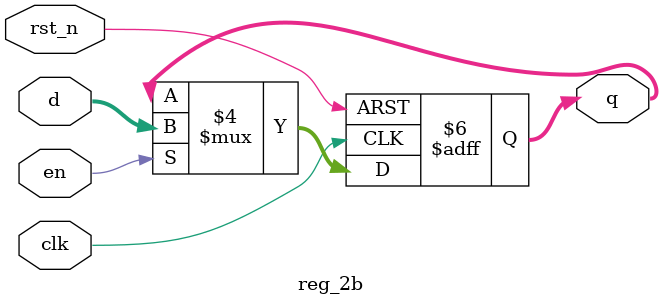
<source format=sv>
module reg_2b(
    input clk,
    input rst_n,
    input en,
    input [1:0]d,
    
    output reg [1:0]q
    );
    
    always @(posedge clk or negedge rst_n) begin
        if(rst_n == 0) begin
            q <= 2'b0;
        end
        else if (en == 1) begin
            q <= d;
        end
    end
endmodule
</source>
